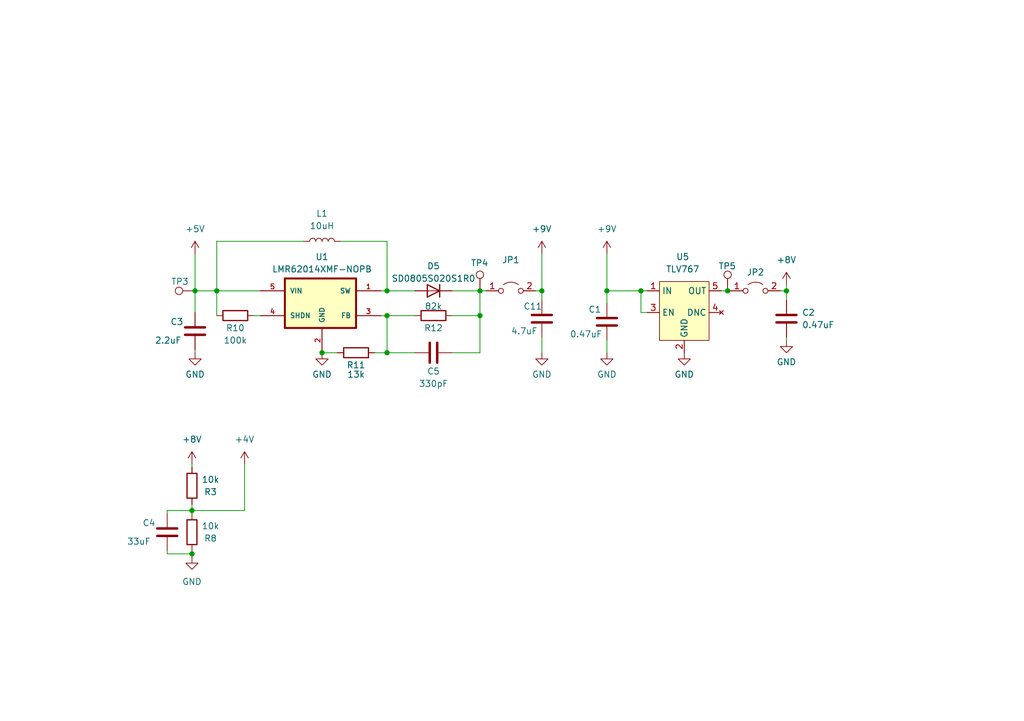
<source format=kicad_sch>
(kicad_sch (version 20230121) (generator eeschema)
  (paper "A5")
  (title_block (title "Powersupply") (date "2022-10-18") (rev "3"))
  (lib_symbols
    (symbol "Connector:TestPoint" (pin_numbers hide) (pin_names (offset 0.762) hide)
      (property "Reference" "TP" (at 0 6.858 0))
      (property "Value" "TestPoint" (at 0 5.08 0))
      (symbol "TestPoint_0_1"
        (circle (center 0 3.302) (radius 0.762))
      )
      (symbol "TestPoint_1_1"
        (pin passive line (at 0 0 90) (length 2.54) (name "1") (number "1"))
      )
    )
    (symbol "Device:C" (pin_numbers hide) (pin_names (offset 0.254))
      (property "Reference" "C" (at 0.635 2.54 0))
      (property "Value" "C" (at 0.635 -2.54 0))
      (symbol "C_0_1"
        (polyline (pts (xy -2.032 -0.762) (xy 2.032 -0.762)) (stroke (width 0.508)))
        (polyline (pts (xy -2.032 0.762) (xy 2.032 0.762)) (stroke (width 0.508)))
      )
      (symbol "C_1_1"
        (pin passive line (at 0 3.81 270) (length 2.794) (name "~") (number "1"))
        (pin passive line (at 0 -3.81 90) (length 2.794) (name "~") (number "2"))
      )
    )
    (symbol "Device:D" (pin_numbers hide) (pin_names (offset 1.016) hide)
      (property "Reference" "D" (at 0 2.54 0))
      (property "Value" "D" (at 0 -2.54 0))
      (symbol "D_0_1"
        (polyline (pts (xy -1.27 1.27) (xy -1.27 -1.27)) (stroke (width 0.254)))
        (polyline (pts (xy 1.27 0) (xy -1.27 0)))
        (polyline (pts (xy 1.27 1.27) (xy 1.27 -1.27) (xy -1.27 0) (xy 1.27 1.27)) (stroke (width 0.254)))
      )
      (symbol "D_1_1"
        (pin passive line (at -3.81 0 0) (length 2.54) (name "K") (number "1"))
        (pin passive line (at 3.81 0 180) (length 2.54) (name "A") (number "2"))
      )
    )
    (symbol "Device:L" (pin_numbers hide) (pin_names (offset 1.016) hide)
      (property "Reference" "L" (at -1.27 0 90))
      (property "Value" "L" (at 1.905 0 90))
      (symbol "L_0_1"
        (arc (start 0 -2.54) (mid 0.6323 -1.905) (end 0 -1.27))
        (arc (start 0 -1.27) (mid 0.6323 -0.635) (end 0 0))
        (arc (start 0 0) (mid 0.6323 0.635) (end 0 1.27))
        (arc (start 0 1.27) (mid 0.6323 1.905) (end 0 2.54))
      )
      (symbol "L_1_1"
        (pin passive line (at 0 3.81 270) (length 1.27) (name "1") (number "1"))
        (pin passive line (at 0 -3.81 90) (length 1.27) (name "2") (number "2"))
      )
    )
    (symbol "Device:R" (pin_numbers hide) (pin_names (offset 0))
      (property "Reference" "R" (at 2.032 0 90))
      (property "Value" "R" (at 0 0 90))
      (symbol "R_0_1"
        (rectangle (start -1.016 -2.54) (end 1.016 2.54) (stroke (width 0.254)))
      )
      (symbol "R_1_1"
        (pin passive line (at 0 3.81 270) (length 1.27) (name "~") (number "1"))
        (pin passive line (at 0 -3.81 90) (length 1.27) (name "~") (number "2"))
      )
    )
    (symbol "Jumper:Jumper_2_Open" (pin_names (offset 0) hide)
      (property "Reference" "JP" (at 0 2.794 0))
      (property "Value" "Jumper_2_Open" (at 0 -2.286 0))
      (symbol "Jumper_2_Open_0_0"
        (circle (center -2.032 0) (radius 0.508))
        (circle (center 2.032 0) (radius 0.508))
      )
      (symbol "Jumper_2_Open_0_1"
        (arc (start 1.524 1.27) (mid 0 1.778) (end -1.524 1.27))
      )
      (symbol "Jumper_2_Open_1_1"
        (pin passive line (at -5.08 0 0) (length 2.54) (name "A") (number "1"))
        (pin passive line (at 5.08 0 180) (length 2.54) (name "B") (number "2"))
      )
    )
    (symbol "effect_pedal:LMR62014XMF-NOPB" (pin_names (offset 1.016))
      (property "Reference" "U" (at -7.62 6.0706 0))
      (property "Value" "LMR62014XMF-NOPB" (at -7.62 -19.2278 0))
      (symbol "LMR62014XMF-NOPB_0_0"
        (rectangle (start -7.62 5.08) (end 6.985 -5.08) (stroke (width 0.4064)) (fill (type background)))
        (pin output line (at 12.065 2.54 180) (length 5.08) (name "SW") (number "1"))
        (pin power_in line (at 0 -10.16 90) (length 5.08) (name "GND") (number "2"))
        (pin input line (at 12.065 -2.54 180) (length 5.08) (name "FB") (number "3"))
        (pin input line (at -12.7 -2.54 0) (length 5.08) (name "SHDN") (number "4"))
        (pin input line (at -12.7 2.54 0) (length 5.08) (name "VIN") (number "5"))
      )
    )
    (symbol "effect_pedal:TLV767"
      (property "Reference" "U" (at 3.81 4.445 0))
      (property "Value" "TLV767" (at 0 5.715 0))
      (symbol "TLV767_0_1"
        (rectangle (start -5.08 3.81) (end 5.08 -8.255) (fill (type background)))
      )
      (symbol "TLV767_1_1"
        (pin power_in line (at -7.62 1.905 0) (length 2.54) (name "IN") (number "1"))
        (pin passive line (at 0 -10.795 90) (length 2.54) (name "GND") (number "2"))
        (pin passive line (at -7.62 -2.54 0) (length 2.54) (name "EN") (number "3"))
        (pin no_connect line (at 7.62 -2.54 180) (length 2.54) (name "DNC") (number "4"))
        (pin power_out line (at 7.62 1.905 180) (length 2.54) (name "OUT") (number "5"))
      )
    )
    (symbol "power:+4V" (power) (pin_names (offset 0))
      (property "Value" "+4V" (at 0 3.556 0))
      (symbol "+4V_0_1"
        (polyline (pts (xy -0.762 1.27) (xy 0 2.54)))
        (polyline (pts (xy 0 0) (xy 0 2.54)))
        (polyline (pts (xy 0 2.54) (xy 0.762 1.27)))
      )
      (symbol "+4V_1_1"
        (pin power_in line (at 0 0 90) (length 0) hide (name "+4V") (number "1"))
      )
    )
    (symbol "power:+5V" (power) (pin_names (offset 0))
      (property "Value" "+5V" (at 0 3.556 0))
      (symbol "+5V_0_1"
        (polyline (pts (xy -0.762 1.27) (xy 0 2.54)))
        (polyline (pts (xy 0 0) (xy 0 2.54)))
        (polyline (pts (xy 0 2.54) (xy 0.762 1.27)))
      )
      (symbol "+5V_1_1"
        (pin power_in line (at 0 0 90) (length 0) hide (name "+5V") (number "1"))
      )
    )
    (symbol "power:+8V" (power) (pin_names (offset 0))
      (property "Value" "+8V" (at 0 3.556 0))
      (symbol "+8V_0_1"
        (polyline (pts (xy -0.762 1.27) (xy 0 2.54)))
        (polyline (pts (xy 0 0) (xy 0 2.54)))
        (polyline (pts (xy 0 2.54) (xy 0.762 1.27)))
      )
      (symbol "+8V_1_1"
        (pin power_in line (at 0 0 90) (length 0) hide (name "+8V") (number "1"))
      )
    )
    (symbol "power:+9V" (power) (pin_names (offset 0))
      (property "Value" "+9V" (at 0 3.556 0))
      (symbol "+9V_0_1"
        (polyline (pts (xy -0.762 1.27) (xy 0 2.54)))
        (polyline (pts (xy 0 0) (xy 0 2.54)))
        (polyline (pts (xy 0 2.54) (xy 0.762 1.27)))
      )
      (symbol "+9V_1_1"
        (pin power_in line (at 0 0 90) (length 0) hide (name "+9V") (number "1"))
      )
    )
    (symbol "power:GND" (power) (pin_names (offset 0))
      (property "Value" "GND" (at 0 -3.81 0))
      (symbol "GND_0_1"
        (polyline (pts (xy 0 0) (xy 0 -1.27) (xy 1.27 -1.27) (xy 0 -2.54) (xy -1.27 -1.27) (xy 0 -1.27)))
      )
      (symbol "GND_1_1"
        (pin power_in line (at 0 0 270) (length 0) hide (name "GND") (number "1"))
      )
    )
  )
  (junction (at 79.375 59.69))
  (junction (at 98.425 59.69))
  (junction (at 39.37 104.775))
  (junction (at 149.225 59.69))
  (junction (at 79.375 64.77))
  (junction (at 111.125 59.69))
  (junction (at 44.45 59.69))
  (junction (at 124.46 59.69))
  (junction (at 98.425 64.77))
  (junction (at 66.04 72.39))
  (junction (at 39.37 113.665))
  (junction (at 40.005 59.69))
  (junction (at 131.445 59.69))
  (junction (at 79.375 72.39))
  (junction (at 161.29 59.69))
  (wire (pts (xy 149.86 59.69) (xy 149.225 59.69)))
  (wire (pts (xy 131.445 64.135) (xy 131.445 59.69)))
  (wire (pts (xy 98.425 64.77) (xy 98.425 59.69)))
  (wire (pts (xy 79.375 59.69) (xy 78.105 59.69)))
  (wire (pts (xy 111.125 59.69) (xy 111.125 61.595)))
  (wire (pts (xy 39.37 104.775) (xy 39.37 105.41)))
  (wire (pts (xy 40.005 64.135) (xy 40.005 59.69)))
  (wire (pts (xy 85.09 64.77) (xy 79.375 64.77)))
  (wire (pts (xy 40.005 59.69) (xy 44.45 59.69)))
  (wire (pts (xy 39.37 113.665) (xy 39.37 114.3)))
  (wire (pts (xy 79.375 72.39) (xy 76.835 72.39)))
  (wire (pts (xy 79.375 64.77) (xy 78.105 64.77)))
  (wire (pts (xy 44.45 64.77) (xy 44.45 59.69)))
  (wire (pts (xy 111.125 52.07) (xy 111.125 59.69)))
  (wire (pts (xy 69.85 49.53) (xy 79.375 49.53)))
  (wire (pts (xy 92.71 64.77) (xy 98.425 64.77)))
  (wire (pts (xy 34.29 105.41) (xy 34.29 104.775)))
  (wire (pts (xy 34.29 104.775) (xy 39.37 104.775)))
  (wire (pts (xy 39.37 113.03) (xy 39.37 113.665)))
  (wire (pts (xy 124.46 59.69) (xy 131.445 59.69)))
  (wire (pts (xy 131.445 64.135) (xy 132.715 64.135)))
  (wire (pts (xy 92.71 59.69) (xy 98.425 59.69)))
  (wire (pts (xy 52.07 64.77) (xy 53.34 64.77)))
  (wire (pts (xy 131.445 59.69) (xy 132.715 59.69)))
  (wire (pts (xy 92.71 72.39) (xy 98.425 72.39)))
  (wire (pts (xy 66.04 72.39) (xy 69.215 72.39)))
  (wire (pts (xy 124.46 52.07) (xy 124.46 59.69)))
  (wire (pts (xy 161.29 59.69) (xy 161.29 58.42)))
  (wire (pts (xy 124.46 69.85) (xy 124.46 72.39)))
  (wire (pts (xy 124.46 59.69) (xy 124.46 62.23)))
  (wire (pts (xy 85.09 59.69) (xy 79.375 59.69)))
  (wire (pts (xy 98.425 72.39) (xy 98.425 64.77)))
  (wire (pts (xy 62.23 49.53) (xy 44.45 49.53)))
  (wire (pts (xy 111.125 69.215) (xy 111.125 72.39)))
  (wire (pts (xy 161.29 59.69) (xy 160.02 59.69)))
  (wire (pts (xy 40.005 71.755) (xy 40.005 72.39)))
  (wire (pts (xy 99.695 59.69) (xy 98.425 59.69)))
  (wire (pts (xy 39.37 103.505) (xy 39.37 104.775)))
  (wire (pts (xy 79.375 72.39) (xy 85.09 72.39)))
  (wire (pts (xy 44.45 59.69) (xy 53.34 59.69)))
  (wire (pts (xy 44.45 49.53) (xy 44.45 59.69)))
  (wire (pts (xy 161.29 69.215) (xy 161.29 69.85)))
  (wire (pts (xy 50.165 95.25) (xy 50.165 104.775)))
  (wire (pts (xy 40.005 52.07) (xy 40.005 59.69)))
  (wire (pts (xy 79.375 49.53) (xy 79.375 59.69)))
  (wire (pts (xy 161.29 59.69) (xy 161.29 61.595)))
  (wire (pts (xy 34.29 113.03) (xy 34.29 113.665)))
  (wire (pts (xy 109.855 59.69) (xy 111.125 59.69)))
  (wire (pts (xy 34.29 113.665) (xy 39.37 113.665)))
  (wire (pts (xy 50.165 104.775) (xy 39.37 104.775)))
  (wire (pts (xy 147.955 59.69) (xy 149.225 59.69)))
  (wire (pts (xy 79.375 64.77) (xy 79.375 72.39)))
  (wire (pts (xy 39.37 95.885) (xy 39.37 95.25)))
  (symbol (lib_id "power:GND") (at 161.29 69.85 0) (unit 1)
    (property "Reference" "#PWR04" (effects hide))
    (property "Value" "GND" (at 161.29 74.295 0))
  )
  (symbol (lib_id "power:GND") (at 124.46 72.39 0) (unit 1)
    (property "Reference" "#PWR01" (effects hide))
    (property "Value" "GND" (at 124.46 76.835 0))
  )
  (symbol (lib_id "Connector:TestPoint") (at 40.005 59.69 90) (unit 1)
    (property "Reference" "TP3" (at 38.735 57.785 90) (effects (justify left)))
    (property "Value" "TestPoint" (effects hide))
    (property "Footprint" "TestPoint:TestPoint_THTPad_1.0x1.0mm_Drill0.5mm" (effects hide))
  )
  (symbol (lib_id "power:GND") (at 111.125 72.39 0) (unit 1)
    (property "Reference" "#PWR020" (effects hide))
    (property "Value" "GND" (at 111.125 76.835 0))
  )
  (symbol (lib_id "Device:L") (at 66.04 49.53 90) (unit 1)
    (property "Reference" "L1" (at 66.04 43.815 90))
    (property "Value" "10uH" (at 66.04 46.355 90))
    (property "Footprint" "Inductor_SMD:L_Abracon_ASPI-3012S" (effects hide))
  )
  (symbol (lib_id "power:GND") (at 66.04 72.39 0) (unit 1)
    (property "Reference" "#PWR018" (effects hide))
    (property "Value" "GND" (at 66.04 76.835 0))
  )
  (symbol (lib_id "power:+4V") (at 50.165 95.25 0) (unit 1)
    (property "Reference" "#PWR0111" (effects hide))
    (property "Value" "+4V" (at 50.165 90.17 0))
  )
  (symbol (lib_id "Device:C") (at 161.29 65.405 0) (unit 1)
    (property "Reference" "C2" (at 164.465 64.1349 0) (effects (justify left)))
    (property "Value" "0.47uF" (at 164.465 66.6749 0) (effects (justify left)))
    (property "Footprint" "Capacitor_SMD:C_0805_2012Metric_Pad1.18x1.45mm_HandSolder" (effects hide))
  )
  (symbol (lib_id "Jumper:Jumper_2_Open") (at 104.775 59.69 0) (unit 1)
    (property "Reference" "JP1" (at 104.775 53.34 0))
    (property "Value" "Jumper_2_Open" (effects hide))
    (property "Footprint" "Resistor_SMD:R_0805_2012Metric_Pad1.20x1.40mm_HandSolder" (effects hide))
  )
  (symbol (lib_id "power:GND") (at 140.335 72.39 0) (unit 1)
    (property "Reference" "#PWR02" (effects hide))
    (property "Value" "GND" (at 140.335 76.835 0))
  )
  (symbol (lib_id "Device:D") (at 88.9 59.69 180) (unit 1)
    (property "Reference" "D5" (at 88.9 54.61 0))
    (property "Value" "SD0805S020S1R0" (at 88.9 57.15 0))
    (property "Footprint" "Diode_SMD:D_0805_2012Metric_Pad1.15x1.40mm_HandSolder" (effects hide))
  )
  (symbol (lib_id "power:+9V") (at 111.125 52.07 0) (unit 1)
    (property "Reference" "#PWR019" (effects hide))
    (property "Value" "+9V" (at 111.125 46.99 0))
  )
  (symbol (lib_id "Device:C") (at 88.9 72.39 90) (unit 1)
    (property "Reference" "C5" (at 88.9 76.2 90))
    (property "Value" "330pF" (at 88.9 78.74 90))
    (property "Footprint" "Capacitor_SMD:C_0805_2012Metric_Pad1.18x1.45mm_HandSolder" (effects hide))
  )
  (symbol (lib_id "Jumper:Jumper_2_Open") (at 154.94 59.69 0) (unit 1)
    (property "Reference" "JP2" (at 154.94 55.88 0))
    (property "Value" "Jumper_2_Open" (effects hide))
    (property "Footprint" "Resistor_SMD:R_0805_2012Metric_Pad1.20x1.40mm_HandSolder" (effects hide))
  )
  (symbol (lib_id "Connector:TestPoint") (at 149.225 59.69 0) (unit 1)
    (property "Reference" "TP5" (at 147.32 54.61 0) (effects (justify left)))
    (property "Value" "TestPoint" (effects hide))
    (property "Footprint" "TestPoint:TestPoint_THTPad_1.0x1.0mm_Drill0.5mm" (effects hide))
  )
  (symbol (lib_id "effect_pedal:TLV767") (at 140.335 61.595 0) (unit 1)
    (property "Reference" "U5" (at 140.0175 52.705 0))
    (property "Value" "TLV767" (at 140.0175 55.245 0))
    (property "Footprint" "Package_TO_SOT_SMD:SOT-23-5_HandSoldering" (effects hide))
  )
  (symbol (lib_id "Device:C") (at 34.29 109.22 0) (unit 1)
    (property "Reference" "C4" (at 29.21 107.315 0) (effects (justify left)))
    (property "Value" "33uF" (at 26.035 111.125 0) (effects (justify left)))
    (property "Footprint" "Capacitor_SMD:C_1206_3216Metric_Pad1.33x1.80mm_HandSolder" (effects hide))
  )
  (symbol (lib_id "power:+8V") (at 161.29 58.42 0) (unit 1)
    (property "Reference" "#PWR022" (effects hide))
    (property "Value" "+8V" (at 161.29 53.34 0))
  )
  (symbol (lib_id "power:+9V") (at 124.46 52.07 0) (unit 1)
    (property "Reference" "#PWR021" (effects hide))
    (property "Value" "+9V" (at 124.46 46.99 0))
  )
  (symbol (lib_id "Device:R") (at 39.37 99.695 180) (unit 1)
    (property "Reference" "R3" (at 43.18 100.965 0))
    (property "Value" "10k" (at 43.18 98.425 0))
    (property "Footprint" "Resistor_SMD:R_0805_2012Metric_Pad1.20x1.40mm_HandSolder" (effects hide))
  )
  (symbol (lib_id "Device:R") (at 48.26 64.77 90) (unit 1)
    (property "Reference" "R10" (at 48.26 67.31 90))
    (property "Value" "100k" (at 48.26 69.85 90))
    (property "Footprint" "Resistor_SMD:R_0805_2012Metric_Pad1.20x1.40mm_HandSolder" (effects hide))
  )
  (symbol (lib_id "power:GND") (at 40.005 72.39 0) (unit 1)
    (property "Reference" "#PWR010" (effects hide))
    (property "Value" "GND" (at 40.005 76.835 0))
  )
  (symbol (lib_id "Connector:TestPoint") (at 98.425 59.69 0) (unit 1)
    (property "Reference" "TP4" (at 96.52 53.975 0) (effects (justify left)))
    (property "Value" "TestPoint" (effects hide))
    (property "Footprint" "TestPoint:TestPoint_THTPad_1.0x1.0mm_Drill0.5mm" (effects hide))
  )
  (symbol (lib_id "effect_pedal:LMR62014XMF-NOPB") (at 66.04 62.23 0) (unit 1)
    (property "Reference" "U1" (at 66.04 52.705 0))
    (property "Value" "LMR62014XMF-NOPB" (at 66.04 55.245 0))
    (property "Footprint" "Package_TO_SOT_SMD:SOT-23-5_HandSoldering" (effects hide))
  )
  (symbol (lib_id "Device:C") (at 40.005 67.945 0) (unit 1)
    (property "Reference" "C3" (at 34.925 66.04 0) (effects (justify left)))
    (property "Value" "2.2uF" (at 31.75 69.85 0) (effects (justify left)))
    (property "Footprint" "Capacitor_SMD:C_0805_2012Metric_Pad1.18x1.45mm_HandSolder" (effects hide))
  )
  (symbol (lib_id "Device:C") (at 111.125 65.405 0) (unit 1)
    (property "Reference" "C11" (at 107.315 62.865 0) (effects (justify left)))
    (property "Value" "4.7uF" (at 104.775 67.945 0) (effects (justify left)))
    (property "Footprint" "Capacitor_SMD:C_0805_2012Metric_Pad1.18x1.45mm_HandSolder" (effects hide))
  )
  (symbol (lib_id "power:GND") (at 39.37 114.3 0) (unit 1)
    (property "Reference" "#PWR0107" (effects hide))
    (property "Value" "GND" (at 39.37 119.38 0))
  )
  (symbol (lib_id "power:+8V") (at 39.37 95.25 0) (unit 1)
    (property "Reference" "#PWR0110" (effects hide))
    (property "Value" "+8V" (at 39.37 90.17 0))
  )
  (symbol (lib_id "power:+5V") (at 40.005 52.07 0) (unit 1)
    (property "Reference" "#PWR03" (effects hide))
    (property "Value" "+5V" (at 40.005 46.99 0))
  )
  (symbol (lib_id "Device:R") (at 73.025 72.39 270) (unit 1)
    (property "Reference" "R11" (at 73.025 74.93 90))
    (property "Value" "13k" (at 73.025 76.835 90))
    (property "Footprint" "Resistor_SMD:R_0805_2012Metric_Pad1.20x1.40mm_HandSolder" (effects hide))
  )
  (symbol (lib_id "Device:R") (at 88.9 64.77 90) (unit 1)
    (property "Reference" "R12" (at 88.9 67.31 90))
    (property "Value" "82k" (at 88.9 62.865 90))
    (property "Footprint" "Resistor_SMD:R_0805_2012Metric_Pad1.20x1.40mm_HandSolder" (effects hide))
  )
  (symbol (lib_id "Device:R") (at 39.37 109.22 180) (unit 1)
    (property "Reference" "R8" (at 43.18 110.49 0))
    (property "Value" "10k" (at 43.18 107.95 0))
    (property "Footprint" "Resistor_SMD:R_0805_2012Metric_Pad1.20x1.40mm_HandSolder" (effects hide))
  )
  (symbol (lib_id "Device:C") (at 124.46 66.04 0) (unit 1)
    (property "Reference" "C1" (at 120.65 63.5 0) (effects (justify left)))
    (property "Value" "0.47uF" (at 116.84 68.58 0) (effects (justify left)))
    (property "Footprint" "Capacitor_SMD:C_0805_2012Metric_Pad1.18x1.45mm_HandSolder" (effects hide))
  )
)
</source>
